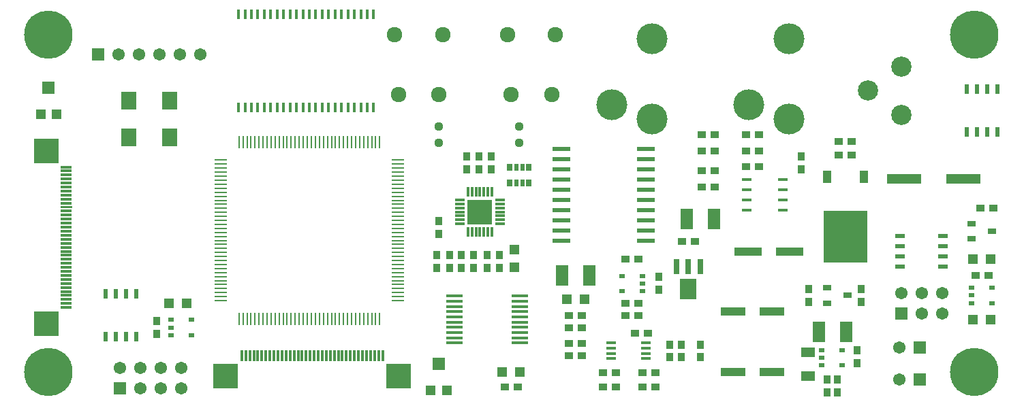
<source format=gts>
G04 (created by PCBNEW-RS274X (2012-01-19 BZR 3256)-stable) date 2012/07/23 17:39:25*
G01*
G70*
G90*
%MOIN*%
G04 Gerber Fmt 3.4, Leading zero omitted, Abs format*
%FSLAX34Y34*%
G04 APERTURE LIST*
%ADD10C,0.006000*%
%ADD11C,0.150800*%
%ADD12R,0.118900X0.040200*%
%ADD13C,0.099200*%
%ADD14R,0.050000X0.048100*%
%ADD15R,0.048100X0.050000*%
%ADD16R,0.028400X0.071700*%
%ADD17R,0.079500X0.103200*%
%ADD18R,0.050800X0.015800*%
%ADD19R,0.012600X0.046000*%
%ADD20R,0.046000X0.012600*%
%ADD21R,0.124800X0.124800*%
%ADD22R,0.026400X0.036200*%
%ADD23R,0.020500X0.036200*%
%ADD24R,0.134700X0.040200*%
%ADD25R,0.065800X0.048100*%
%ADD26R,0.040100X0.063700*%
%ADD27R,0.213300X0.252800*%
%ADD28R,0.016500X0.048000*%
%ADD29R,0.063800X0.099200*%
%ADD30C,0.237000*%
%ADD31R,0.087400X0.024400*%
%ADD32R,0.060800X0.060800*%
%ADD33C,0.060800*%
%ADD34R,0.170100X0.048000*%
%ADD35R,0.040200X0.028400*%
%ADD36R,0.030800X0.020800*%
%ADD37R,0.063800X0.063800*%
%ADD38R,0.048000X0.048000*%
%ADD39R,0.060800X0.010800*%
%ADD40R,0.010800X0.060800*%
%ADD41C,0.075600*%
%ADD42R,0.071700X0.090800*%
%ADD43R,0.020800X0.045800*%
%ADD44R,0.045800X0.020800*%
%ADD45R,0.048000X0.016500*%
%ADD46R,0.012600X0.055900*%
%ADD47R,0.118900X0.118900*%
%ADD48R,0.055900X0.012600*%
%ADD49R,0.079500X0.016500*%
%ADD50C,0.044100*%
%ADD51R,0.040200X0.032300*%
%ADD52R,0.032300X0.040200*%
G04 APERTURE END LIST*
G54D10*
G54D11*
X31102Y-01772D03*
X31102Y-05709D03*
X29134Y-05020D03*
X37795Y-01772D03*
X37795Y-05709D03*
X35827Y-05020D03*
G54D12*
X36969Y-15157D03*
X35079Y-15157D03*
X36969Y-18110D03*
X35079Y-18110D03*
G54D13*
X43306Y-03149D03*
X41653Y-04331D03*
X43307Y-05512D03*
G54D14*
X24370Y-12125D03*
X24370Y-12991D03*
G54D15*
X47677Y-15551D03*
X46811Y-15551D03*
G54D16*
X33465Y-12953D03*
X32874Y-12953D03*
X32283Y-12953D03*
G54D17*
X32874Y-14055D03*
G54D18*
X29107Y-16702D03*
X29107Y-16958D03*
X29107Y-17214D03*
X29107Y-17470D03*
X30807Y-17470D03*
X30807Y-17214D03*
X30807Y-16958D03*
X30807Y-16702D03*
G54D19*
X22087Y-11257D03*
X22284Y-11257D03*
X22481Y-11257D03*
X22677Y-11257D03*
X22873Y-11257D03*
X23070Y-11257D03*
X23267Y-11257D03*
G54D20*
X23661Y-10863D03*
X23661Y-10666D03*
X23661Y-10469D03*
X23661Y-10273D03*
X23661Y-10077D03*
X23661Y-09880D03*
X23661Y-09683D03*
G54D19*
X23267Y-09289D03*
X23070Y-09289D03*
X22873Y-09289D03*
X22677Y-09289D03*
X22481Y-09289D03*
X22284Y-09289D03*
X22087Y-09289D03*
G54D20*
X21693Y-09683D03*
X21693Y-09880D03*
X21693Y-10077D03*
X21693Y-10273D03*
X21693Y-10469D03*
X21693Y-10666D03*
X21693Y-10863D03*
G54D21*
X22677Y-10273D03*
G54D22*
X24135Y-08859D03*
G54D23*
X24450Y-08859D03*
X24765Y-08859D03*
G54D22*
X25080Y-08859D03*
X25080Y-08072D03*
G54D23*
X24765Y-08072D03*
X24450Y-08072D03*
G54D22*
X24135Y-08072D03*
G54D24*
X37835Y-12205D03*
X35787Y-12205D03*
G54D15*
X46811Y-12598D03*
X47677Y-12598D03*
X26929Y-14567D03*
X27795Y-14567D03*
X24646Y-18110D03*
X23780Y-18110D03*
G54D25*
X38720Y-17146D03*
X38720Y-18327D03*
G54D26*
X41448Y-08544D03*
G54D27*
X40551Y-11496D03*
G54D26*
X39654Y-08544D03*
G54D28*
X10866Y-05158D03*
X11181Y-05158D03*
X11496Y-05158D03*
X11811Y-05158D03*
X12126Y-05158D03*
X12441Y-05158D03*
X12756Y-05158D03*
X13071Y-05158D03*
X13386Y-05158D03*
X13701Y-05158D03*
X14016Y-05158D03*
X14331Y-05158D03*
X14646Y-05158D03*
X14960Y-05158D03*
X15275Y-05158D03*
X15590Y-05158D03*
X15905Y-05158D03*
X16220Y-05158D03*
X16535Y-05158D03*
X16850Y-05158D03*
X17165Y-05158D03*
X17480Y-05158D03*
X10866Y-00591D03*
X11181Y-00591D03*
X11496Y-00591D03*
X11811Y-00591D03*
X12126Y-00591D03*
X12441Y-00591D03*
X12756Y-00591D03*
X13071Y-00591D03*
X13386Y-00591D03*
X13701Y-00591D03*
X14016Y-00591D03*
X14331Y-00591D03*
X14646Y-00591D03*
X14961Y-00591D03*
X15275Y-00591D03*
X15590Y-00591D03*
X15905Y-00591D03*
X16220Y-00591D03*
X16535Y-00591D03*
X16850Y-00591D03*
X17165Y-00591D03*
X17480Y-00591D03*
G54D29*
X40609Y-16160D03*
X39271Y-16160D03*
G54D30*
X46850Y-18110D03*
X46850Y-01575D03*
X01575Y-18110D03*
X01575Y-01575D03*
G54D31*
X26679Y-07199D03*
X26679Y-07699D03*
X26679Y-08199D03*
X26679Y-08699D03*
X26679Y-09199D03*
X26679Y-09699D03*
X26679Y-10199D03*
X26679Y-10699D03*
X26679Y-11199D03*
X26679Y-11699D03*
X30801Y-11699D03*
X30801Y-11199D03*
X30801Y-10699D03*
X30801Y-10199D03*
X30801Y-09699D03*
X30801Y-09199D03*
X30801Y-08699D03*
X30801Y-08199D03*
X30801Y-07699D03*
X30801Y-07199D03*
G54D32*
X03996Y-02559D03*
G54D33*
X04996Y-02559D03*
X05996Y-02559D03*
X06996Y-02559D03*
X07996Y-02559D03*
X08996Y-02559D03*
G54D32*
X44201Y-18504D03*
G54D33*
X43201Y-18504D03*
G54D32*
X44201Y-16929D03*
G54D33*
X43201Y-16929D03*
G54D32*
X43291Y-15264D03*
G54D33*
X43291Y-14264D03*
X44291Y-15264D03*
X44291Y-14264D03*
X45291Y-15264D03*
X45291Y-14264D03*
G54D15*
X07480Y-14764D03*
X08346Y-14764D03*
G54D29*
X28031Y-13386D03*
X26693Y-13386D03*
X34134Y-10630D03*
X32796Y-10630D03*
G54D34*
X43425Y-08661D03*
X46339Y-08661D03*
G54D35*
X40657Y-14370D03*
X39657Y-14745D03*
X39657Y-13995D03*
X47744Y-11220D03*
X46744Y-11595D03*
X46744Y-10845D03*
G54D36*
X07571Y-15570D03*
X07571Y-16320D03*
X08571Y-15570D03*
X07571Y-15945D03*
X08571Y-16320D03*
X46744Y-13995D03*
X46744Y-14745D03*
X47744Y-13995D03*
X46744Y-14370D03*
X47744Y-14745D03*
X30618Y-14155D03*
X30618Y-13405D03*
X29618Y-14155D03*
X30618Y-13780D03*
X29618Y-13405D03*
X39401Y-17045D03*
X39401Y-17795D03*
X40401Y-17045D03*
X39401Y-17420D03*
X40401Y-17795D03*
G54D37*
X20669Y-17716D03*
G54D38*
X20275Y-19016D03*
X21063Y-19016D03*
G54D37*
X01575Y-04173D03*
G54D38*
X01181Y-05473D03*
X01969Y-05473D03*
G54D39*
X10006Y-07736D03*
X10006Y-07936D03*
X10006Y-08131D03*
X10006Y-08326D03*
X10006Y-08526D03*
X10006Y-08721D03*
X10006Y-08916D03*
X10006Y-09116D03*
X10006Y-09311D03*
X10006Y-09506D03*
X10006Y-09706D03*
X10006Y-09901D03*
X10006Y-10096D03*
X10006Y-10296D03*
X10006Y-10491D03*
X10006Y-10686D03*
X10006Y-10886D03*
X10006Y-11081D03*
X10006Y-11281D03*
X10006Y-11476D03*
X10006Y-11676D03*
X10006Y-11871D03*
X10006Y-12066D03*
X10006Y-12266D03*
X10006Y-12461D03*
X10006Y-12656D03*
X10006Y-12856D03*
X10006Y-13051D03*
X10006Y-13246D03*
X10006Y-13446D03*
X10006Y-13641D03*
X10006Y-13836D03*
X10006Y-14036D03*
X10006Y-14231D03*
X10006Y-14426D03*
X10006Y-14626D03*
G54D40*
X16596Y-15506D03*
X16791Y-15506D03*
X16986Y-15506D03*
X17186Y-15506D03*
X17381Y-15506D03*
X17576Y-15506D03*
X17776Y-15506D03*
X16791Y-06856D03*
X16596Y-06856D03*
X16396Y-06856D03*
X16201Y-06856D03*
X16006Y-06856D03*
X15806Y-06856D03*
X15611Y-06856D03*
X15416Y-06856D03*
X15216Y-06856D03*
X15021Y-06856D03*
X14826Y-06856D03*
X14626Y-06856D03*
X14431Y-06856D03*
X14231Y-06856D03*
X14036Y-06856D03*
X13836Y-06856D03*
X13641Y-06856D03*
X13446Y-06856D03*
X13246Y-06856D03*
X13051Y-06856D03*
X12856Y-06856D03*
X12656Y-06856D03*
X12461Y-06856D03*
X12266Y-06856D03*
X12066Y-06856D03*
X11871Y-06856D03*
X11676Y-06856D03*
X11476Y-06856D03*
X11281Y-06856D03*
X11086Y-06856D03*
X10886Y-06856D03*
X10886Y-15506D03*
X11086Y-15506D03*
X11281Y-15506D03*
X11476Y-15506D03*
X11676Y-15506D03*
X11871Y-15506D03*
X12066Y-15506D03*
X12266Y-15506D03*
X12461Y-15506D03*
X12656Y-15506D03*
X12856Y-15506D03*
X13051Y-15506D03*
X13246Y-15506D03*
X13446Y-15506D03*
X13641Y-15506D03*
X13836Y-15506D03*
X14036Y-15506D03*
X14231Y-15506D03*
X14431Y-15506D03*
X14626Y-15506D03*
X14826Y-15506D03*
X15021Y-15506D03*
X15216Y-15506D03*
X15416Y-15506D03*
X15611Y-15506D03*
X15806Y-15506D03*
X16006Y-15506D03*
X16201Y-15506D03*
X16396Y-15506D03*
G54D39*
X18656Y-13641D03*
X18656Y-13446D03*
X18656Y-13246D03*
X18656Y-13051D03*
X18656Y-12856D03*
X18656Y-12656D03*
X18656Y-12461D03*
X18656Y-12266D03*
X18656Y-12066D03*
X18656Y-11871D03*
X18656Y-11676D03*
X18656Y-11476D03*
X18656Y-11281D03*
X18656Y-11081D03*
X18656Y-10886D03*
X18656Y-10686D03*
X18656Y-10491D03*
X18656Y-10296D03*
X18656Y-10096D03*
X18656Y-09901D03*
X18656Y-09706D03*
X18656Y-09506D03*
X18656Y-09311D03*
X18656Y-09116D03*
X18656Y-08916D03*
X18656Y-08721D03*
X18656Y-08526D03*
X18656Y-08326D03*
X18656Y-08131D03*
X18656Y-07936D03*
X18656Y-07736D03*
X18656Y-14626D03*
X18656Y-14426D03*
X18656Y-14231D03*
X18656Y-14036D03*
X18656Y-13836D03*
G54D40*
X17776Y-06856D03*
X17576Y-06856D03*
X17381Y-06856D03*
X17186Y-06856D03*
X16986Y-06856D03*
G54D41*
X20669Y-04528D03*
X18701Y-04528D03*
X18504Y-01576D03*
X20866Y-01576D03*
X26181Y-04528D03*
X24213Y-04528D03*
X24016Y-01576D03*
X26378Y-01576D03*
G54D42*
X07496Y-06609D03*
X05496Y-06609D03*
X05496Y-04809D03*
X07496Y-04809D03*
G54D43*
X05868Y-16404D03*
X05868Y-14304D03*
X05368Y-16404D03*
X04868Y-16404D03*
X04368Y-16404D03*
X05368Y-14304D03*
X04868Y-14304D03*
X04368Y-14304D03*
X47994Y-06365D03*
X47994Y-04265D03*
X47494Y-06365D03*
X46994Y-06365D03*
X46494Y-06365D03*
X47494Y-04265D03*
X46994Y-04265D03*
X46494Y-04265D03*
G54D44*
X43241Y-12955D03*
X45341Y-12955D03*
X43241Y-12455D03*
X43241Y-11955D03*
X43241Y-11455D03*
X45341Y-12455D03*
X45341Y-11955D03*
X45341Y-11455D03*
G54D45*
X35721Y-08699D03*
X35721Y-09199D03*
X35721Y-09699D03*
X35721Y-10199D03*
X37508Y-08699D03*
X37508Y-09199D03*
X37508Y-09699D03*
X37508Y-10199D03*
G54D46*
X11025Y-17324D03*
G54D47*
X18701Y-18307D03*
X10236Y-18307D03*
G54D46*
X11222Y-17324D03*
X11419Y-17324D03*
X11616Y-17324D03*
X11812Y-17324D03*
X12009Y-17324D03*
X12206Y-17324D03*
X12403Y-17324D03*
X12600Y-17324D03*
X12797Y-17324D03*
X13191Y-17324D03*
X13387Y-17324D03*
X13584Y-17324D03*
X13781Y-17324D03*
X13978Y-17324D03*
X14175Y-17324D03*
X14372Y-17324D03*
X14568Y-17324D03*
X14765Y-17324D03*
X14962Y-17324D03*
X15159Y-17324D03*
X15356Y-17324D03*
X15553Y-17324D03*
X15750Y-17324D03*
X15946Y-17324D03*
X16143Y-17324D03*
X16340Y-17324D03*
X16537Y-17324D03*
X16734Y-17324D03*
X16931Y-17324D03*
X17128Y-17324D03*
X17324Y-17324D03*
X17521Y-17324D03*
X17718Y-17324D03*
X17915Y-17324D03*
G54D10*
G36*
X12930Y-17044D02*
X13056Y-17044D01*
X13056Y-17602D01*
X12930Y-17602D01*
X12930Y-17044D01*
X12930Y-17044D01*
G37*
G54D48*
X02440Y-08072D03*
G54D47*
X01457Y-15748D03*
X01457Y-07283D03*
G54D48*
X02440Y-08269D03*
X02440Y-08466D03*
X02440Y-08663D03*
X02440Y-08859D03*
X02440Y-09056D03*
X02440Y-09253D03*
X02440Y-09450D03*
X02440Y-09647D03*
X02440Y-09844D03*
X02440Y-10238D03*
X02440Y-10434D03*
X02440Y-10631D03*
X02440Y-10828D03*
X02440Y-11025D03*
X02440Y-11222D03*
X02440Y-11419D03*
X02440Y-11615D03*
X02440Y-11812D03*
X02440Y-12009D03*
X02440Y-12206D03*
X02440Y-12403D03*
X02440Y-12600D03*
X02440Y-12797D03*
X02440Y-12993D03*
X02440Y-13190D03*
X02440Y-13387D03*
X02440Y-13584D03*
X02440Y-13781D03*
X02440Y-13978D03*
X02440Y-14175D03*
X02440Y-14371D03*
X02440Y-14568D03*
X02440Y-14765D03*
X02440Y-14962D03*
G54D10*
G36*
X02720Y-09977D02*
X02720Y-10103D01*
X02162Y-10103D01*
X02162Y-09977D01*
X02720Y-09977D01*
X02720Y-09977D01*
G37*
G54D49*
X24624Y-16703D03*
X24624Y-16447D03*
X24624Y-16191D03*
X24624Y-15935D03*
X24624Y-15679D03*
X24624Y-15423D03*
X24624Y-15167D03*
X24624Y-14911D03*
X24624Y-14655D03*
X24624Y-14399D03*
X21437Y-16702D03*
X21437Y-16447D03*
X21437Y-16191D03*
X21437Y-15935D03*
X21437Y-15679D03*
X21437Y-15423D03*
X21437Y-15167D03*
X21437Y-14911D03*
X21437Y-14655D03*
X21437Y-14399D03*
G54D50*
X24606Y-06102D03*
X24606Y-06890D03*
X20669Y-06102D03*
X20669Y-06890D03*
G54D51*
X33543Y-07283D03*
X34173Y-07283D03*
G54D52*
X06850Y-16260D03*
X06850Y-15630D03*
G54D51*
X30906Y-16220D03*
X30276Y-16220D03*
X27047Y-15354D03*
X27677Y-15354D03*
X40236Y-07480D03*
X40866Y-07480D03*
G54D52*
X38780Y-14685D03*
X38780Y-14055D03*
G54D51*
X30433Y-15354D03*
X29803Y-15354D03*
X24528Y-18858D03*
X23898Y-18858D03*
G54D52*
X22638Y-07559D03*
X22638Y-08189D03*
X22047Y-07559D03*
X22047Y-08189D03*
X22362Y-13030D03*
X22362Y-12400D03*
X21772Y-13030D03*
X21772Y-12400D03*
G54D51*
X34173Y-08267D03*
X33543Y-08267D03*
G54D52*
X20551Y-13032D03*
X20551Y-12402D03*
X20669Y-11339D03*
X20669Y-10709D03*
X38386Y-07559D03*
X38386Y-08189D03*
G54D51*
X36339Y-07283D03*
X35709Y-07283D03*
G54D52*
X41339Y-14685D03*
X41339Y-14055D03*
X33465Y-17402D03*
X33465Y-16772D03*
G54D51*
X33189Y-11732D03*
X32559Y-11732D03*
X29803Y-12598D03*
X30433Y-12598D03*
X29803Y-14764D03*
X30433Y-14764D03*
G54D52*
X31417Y-14095D03*
X31417Y-13465D03*
X41121Y-17696D03*
X41121Y-17066D03*
G54D51*
X40866Y-06811D03*
X40236Y-06811D03*
X46929Y-13386D03*
X47559Y-13386D03*
X36339Y-08071D03*
X35709Y-08071D03*
G54D52*
X40176Y-18483D03*
X40176Y-19113D03*
X23228Y-08189D03*
X23228Y-07559D03*
X39665Y-19113D03*
X39665Y-18483D03*
G54D51*
X47165Y-10079D03*
X47795Y-10079D03*
G54D52*
X23031Y-13030D03*
X23031Y-12400D03*
G54D51*
X36339Y-06496D03*
X35709Y-06496D03*
X31260Y-18858D03*
X30630Y-18858D03*
X31257Y-18149D03*
X30627Y-18149D03*
G54D52*
X31969Y-17402D03*
X31969Y-16772D03*
G54D51*
X28701Y-18858D03*
X29331Y-18858D03*
X28701Y-18150D03*
X29331Y-18150D03*
X27677Y-17323D03*
X27047Y-17323D03*
G54D52*
X23622Y-12400D03*
X23622Y-13030D03*
G54D51*
X34173Y-06496D03*
X33543Y-06496D03*
X34173Y-09055D03*
X33543Y-09055D03*
X27677Y-15945D03*
X27047Y-15945D03*
G54D52*
X32520Y-17402D03*
X32520Y-16772D03*
G54D51*
X27677Y-16732D03*
X27047Y-16732D03*
G54D52*
X21181Y-12400D03*
X21181Y-13030D03*
G54D32*
X05075Y-18925D03*
G54D33*
X05075Y-17925D03*
X06075Y-18925D03*
X06075Y-17925D03*
X07075Y-18925D03*
X07075Y-17925D03*
X08075Y-18925D03*
X08075Y-17925D03*
M02*

</source>
